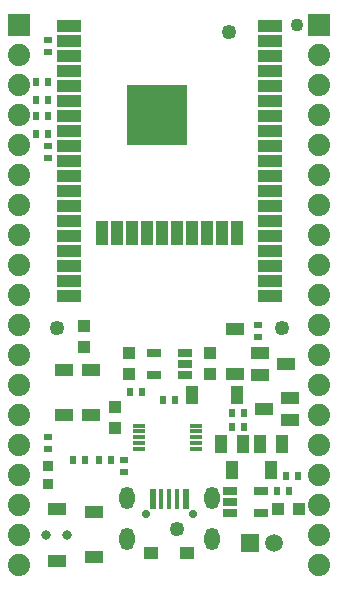
<source format=gbr>
G04 #@! TF.GenerationSoftware,KiCad,Pcbnew,5.1.0-rc2-unknown-036be7d~80~ubuntu16.04.1*
G04 #@! TF.CreationDate,2023-10-02T14:06:35+03:00*
G04 #@! TF.ProjectId,ESP32-DevKit-Lipo_Rev_D,45535033-322d-4446-9576-4b69742d4c69,D*
G04 #@! TF.SameCoordinates,Original*
G04 #@! TF.FileFunction,Soldermask,Top*
G04 #@! TF.FilePolarity,Negative*
%FSLAX46Y46*%
G04 Gerber Fmt 4.6, Leading zero omitted, Abs format (unit mm)*
G04 Created by KiCad (PCBNEW 5.1.0-rc2-unknown-036be7d~80~ubuntu16.04.1) date 2023-10-02 14:06:35*
%MOMM*%
%LPD*%
G04 APERTURE LIST*
%ADD10R,1.117600X1.117600*%
%ADD11R,1.501600X1.101600*%
%ADD12R,1.101600X0.351600*%
%ADD13R,1.101600X1.501600*%
%ADD14R,0.601600X0.651600*%
%ADD15R,2.101600X1.001600*%
%ADD16R,1.001600X2.101600*%
%ADD17R,5.101600X5.101600*%
%ADD18C,2.101600*%
%ADD19C,1.501600*%
%ADD20R,1.501600X1.501600*%
%ADD21R,0.901600X0.901600*%
%ADD22C,1.101600*%
%ADD23C,1.879600*%
%ADD24R,1.879600X1.879600*%
%ADD25C,1.254000*%
%ADD26R,1.301600X0.651600*%
%ADD27R,0.601600X1.751600*%
%ADD28R,0.426600X1.751600*%
%ADD29C,0.701600*%
%ADD30R,1.201600X1.101600*%
%ADD31O,1.301600X1.901600*%
%ADD32R,1.601600X1.001600*%
%ADD33C,0.801600*%
%ADD34R,0.651600X0.601600*%
G04 APERTURE END LIST*
D10*
X154495500Y-113411000D03*
X152717500Y-113411000D03*
D11*
X134620000Y-105405000D03*
X134620000Y-101605000D03*
D12*
X140983000Y-108315000D03*
X140983000Y-107815000D03*
X140983000Y-107315000D03*
X140983000Y-106815000D03*
X140983000Y-106315000D03*
X145783000Y-106315000D03*
X145783000Y-106815000D03*
X145783000Y-107315000D03*
X145783000Y-107815000D03*
X145783000Y-108315000D03*
D13*
X153095960Y-107858560D03*
X151193500Y-107858560D03*
X152148540Y-110068360D03*
D14*
X149860000Y-105283000D03*
X148844000Y-105283000D03*
D11*
X136906000Y-101605000D03*
X136906000Y-105405000D03*
D10*
X138938000Y-104775000D03*
X138938000Y-106553000D03*
D14*
X141224000Y-103505000D03*
X140208000Y-103505000D03*
D15*
X152010000Y-94102000D03*
X152010000Y-92832000D03*
X152010000Y-91562000D03*
X152010000Y-90292000D03*
X152010000Y-95372000D03*
X135010000Y-95372000D03*
X135010000Y-90292000D03*
X135010000Y-91562000D03*
X135010000Y-92832000D03*
X135010000Y-94102000D03*
X135010000Y-72512000D03*
X135010000Y-73782000D03*
X135010000Y-75052000D03*
X135010000Y-76322000D03*
X135010000Y-77592000D03*
X135010000Y-78862000D03*
X135010000Y-80132000D03*
X135010000Y-81402000D03*
X135010000Y-82672000D03*
X135010000Y-83942000D03*
X135010000Y-85212000D03*
X135010000Y-86482000D03*
X135010000Y-87752000D03*
X135010000Y-89022000D03*
D16*
X137810000Y-90022000D03*
X139080000Y-90022000D03*
X140350000Y-90022000D03*
X141620000Y-90022000D03*
X142890000Y-90022000D03*
X144160000Y-90022000D03*
X145430000Y-90022000D03*
X146700000Y-90022000D03*
X147970000Y-90022000D03*
X149240000Y-90022000D03*
D15*
X152010000Y-89022000D03*
X152010000Y-87752000D03*
X152010000Y-86482000D03*
X152010000Y-85212000D03*
X152010000Y-83942000D03*
X152010000Y-82672000D03*
X152010000Y-81402000D03*
X152010000Y-80132000D03*
X152010000Y-78862000D03*
X152010000Y-77592000D03*
X152010000Y-76322000D03*
X152010000Y-75052000D03*
X152010000Y-73782000D03*
X152010000Y-72512000D03*
D17*
X142510000Y-80022000D03*
D18*
X142510000Y-80022000D03*
D19*
X152384760Y-116222780D03*
D20*
X150355300Y-116225320D03*
D21*
X133223000Y-109728000D03*
X133223000Y-111252000D03*
D22*
X154305000Y-72390000D03*
D23*
X130810000Y-80010000D03*
X130810000Y-77470000D03*
X130810000Y-74930000D03*
D24*
X130810000Y-72390000D03*
D23*
X130810000Y-82550000D03*
X130810000Y-85090000D03*
X130810000Y-90170000D03*
X130810000Y-87630000D03*
X130810000Y-92710000D03*
X130810000Y-95250000D03*
X130810000Y-100330000D03*
X130810000Y-97790000D03*
X130810000Y-102870000D03*
X130810000Y-105410000D03*
X130810000Y-110490000D03*
X130810000Y-107950000D03*
X130810000Y-118110000D03*
X130810000Y-115570000D03*
X130810000Y-113030000D03*
X156210000Y-80010000D03*
X156210000Y-77470000D03*
X156210000Y-74930000D03*
D24*
X156210000Y-72390000D03*
D23*
X156210000Y-82550000D03*
X156210000Y-85090000D03*
X156210000Y-90170000D03*
X156210000Y-87630000D03*
X156210000Y-92710000D03*
X156210000Y-95250000D03*
X156210000Y-100330000D03*
X156210000Y-97790000D03*
X156210000Y-102870000D03*
X156210000Y-105410000D03*
X156210000Y-110490000D03*
X156210000Y-107950000D03*
X156210000Y-118110000D03*
X156210000Y-115570000D03*
X156210000Y-113030000D03*
D11*
X151165560Y-100142040D03*
X151165560Y-102044500D03*
X153375360Y-101089460D03*
D25*
X133985000Y-98044000D03*
X148590000Y-73025000D03*
D13*
X149793960Y-107858560D03*
X147891500Y-107858560D03*
X148846540Y-110068360D03*
D26*
X148687000Y-111826000D03*
X148687000Y-112776000D03*
X148687000Y-113726000D03*
X151287000Y-111826000D03*
X151287000Y-113726000D03*
D11*
X151554000Y-104902000D03*
X153754000Y-103952000D03*
X153754000Y-105852000D03*
D27*
X142122500Y-112547000D03*
D28*
X142860000Y-112547000D03*
X143510000Y-112547000D03*
X144160000Y-112547000D03*
D27*
X144897500Y-112547000D03*
D29*
X141510000Y-113797000D03*
X145510000Y-113797000D03*
D30*
X142010000Y-117097000D03*
X145010000Y-117097000D03*
D31*
X139910000Y-115947000D03*
X139910000Y-112477000D03*
X147110000Y-112477000D03*
X147110000Y-115947000D03*
D32*
X133985000Y-113393000D03*
X133985000Y-117747000D03*
D33*
X134885000Y-115570000D03*
X133085000Y-115570000D03*
D11*
X137160000Y-113670000D03*
X137160000Y-117470000D03*
X149098000Y-98176000D03*
X149098000Y-101976000D03*
D10*
X146939000Y-100203000D03*
X146939000Y-101981000D03*
X140081000Y-100203000D03*
X140081000Y-101981000D03*
D34*
X151003000Y-97790000D03*
X151003000Y-98806000D03*
X133223000Y-82677000D03*
X133223000Y-83693000D03*
X133223000Y-107315000D03*
X133223000Y-108331000D03*
D14*
X153670000Y-111887000D03*
X152654000Y-111887000D03*
X132207000Y-80137001D03*
X133223000Y-80137001D03*
X136398000Y-109220000D03*
X135382000Y-109220000D03*
X149860000Y-106426000D03*
X148844000Y-106426000D03*
X153416000Y-110617000D03*
X154432000Y-110617000D03*
D34*
X133223000Y-74676000D03*
X133223000Y-73660000D03*
D14*
X133223000Y-77216000D03*
X132207000Y-77216000D03*
X132207000Y-78740000D03*
X133223000Y-78740000D03*
D34*
X139700000Y-110236000D03*
X139700000Y-109220000D03*
D14*
X137541000Y-109220000D03*
X138557000Y-109220000D03*
X133222999Y-81661000D03*
X132206999Y-81661000D03*
D25*
X144145000Y-115062000D03*
D10*
X136271000Y-97917000D03*
X136271000Y-99695000D03*
D13*
X145420000Y-103759000D03*
X149220000Y-103759000D03*
D14*
X144018000Y-104140000D03*
X143002000Y-104140000D03*
D26*
X142210000Y-100142000D03*
X142210000Y-102042000D03*
X144810000Y-100142000D03*
X144810000Y-101092000D03*
X144810000Y-102042000D03*
D25*
X153035000Y-98044000D03*
M02*

</source>
